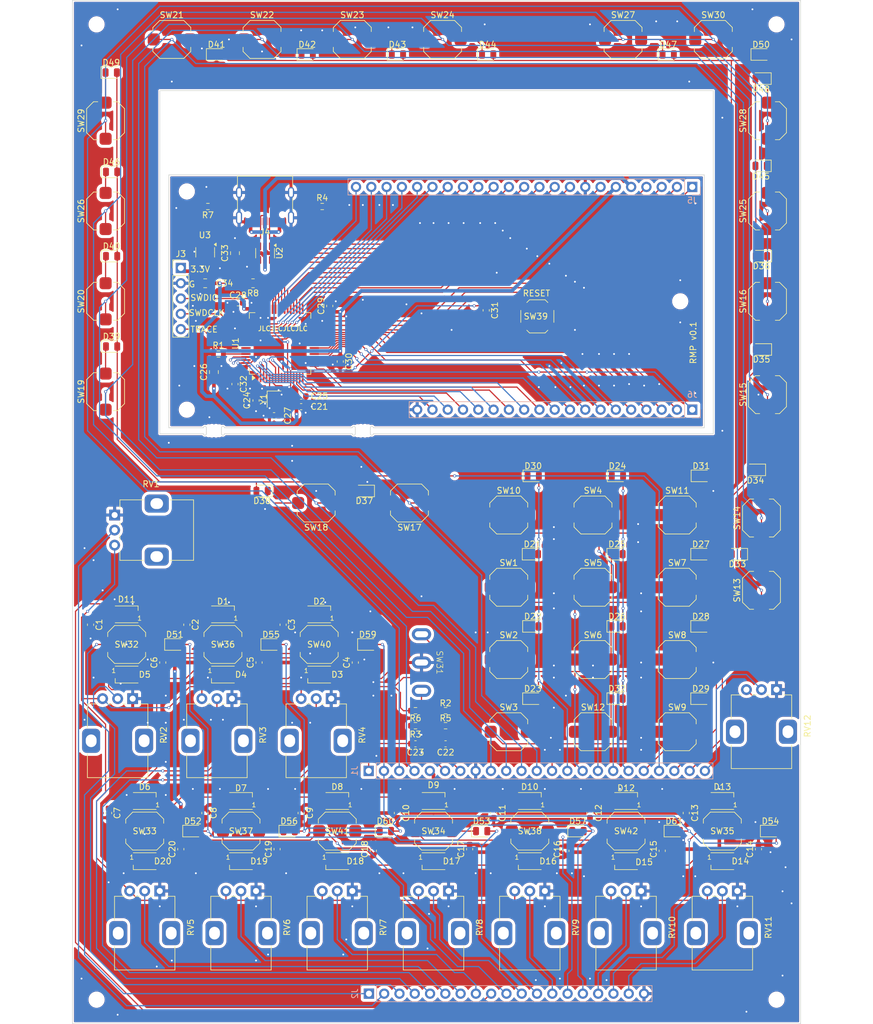
<source format=kicad_pcb>
(kicad_pcb
	(version 20240108)
	(generator "pcbnew")
	(generator_version "8.0")
	(general
		(thickness 1.6)
		(legacy_teardrops no)
	)
	(paper "A4" portrait)
	(layers
		(0 "F.Cu" signal)
		(31 "B.Cu" signal)
		(34 "B.Paste" user)
		(35 "F.Paste" user)
		(36 "B.SilkS" user "B.Silkscreen")
		(37 "F.SilkS" user "F.Silkscreen")
		(38 "B.Mask" user)
		(39 "F.Mask" user)
		(44 "Edge.Cuts" user)
		(45 "Margin" user)
		(46 "B.CrtYd" user "B.Courtyard")
		(47 "F.CrtYd" user "F.Courtyard")
		(48 "B.Fab" user)
		(49 "F.Fab" user)
	)
	(setup
		(stackup
			(layer "F.SilkS"
				(type "Top Silk Screen")
				(color "White")
			)
			(layer "F.Paste"
				(type "Top Solder Paste")
			)
			(layer "F.Mask"
				(type "Top Solder Mask")
				(color "Black")
				(thickness 0.01)
			)
			(layer "F.Cu"
				(type "copper")
				(thickness 0.035)
			)
			(layer "dielectric 1"
				(type "core")
				(thickness 1.51)
				(material "FR4")
				(epsilon_r 4.5)
				(loss_tangent 0.02)
			)
			(layer "B.Cu"
				(type "copper")
				(thickness 0.035)
			)
			(layer "B.Mask"
				(type "Bottom Solder Mask")
				(color "Black")
				(thickness 0.01)
			)
			(layer "B.Paste"
				(type "Bottom Solder Paste")
			)
			(layer "B.SilkS"
				(type "Bottom Silk Screen")
				(color "White")
			)
			(copper_finish "None")
			(dielectric_constraints yes)
		)
		(pad_to_mask_clearance 0)
		(allow_soldermask_bridges_in_footprints no)
		(pcbplotparams
			(layerselection 0x00010fc_ffffffff)
			(plot_on_all_layers_selection 0x0000000_00000000)
			(disableapertmacros no)
			(usegerberextensions no)
			(usegerberattributes yes)
			(usegerberadvancedattributes yes)
			(creategerberjobfile yes)
			(dashed_line_dash_ratio 12.000000)
			(dashed_line_gap_ratio 3.000000)
			(svgprecision 4)
			(plotframeref no)
			(viasonmask no)
			(mode 1)
			(useauxorigin no)
			(hpglpennumber 1)
			(hpglpenspeed 20)
			(hpglpendiameter 15.000000)
			(pdf_front_fp_property_popups yes)
			(pdf_back_fp_property_popups yes)
			(dxfpolygonmode yes)
			(dxfimperialunits yes)
			(dxfusepcbnewfont yes)
			(psnegative no)
			(psa4output no)
			(plotreference yes)
			(plotvalue yes)
			(plotfptext yes)
			(plotinvisibletext no)
			(sketchpadsonfab no)
			(subtractmaskfromsilk no)
			(outputformat 1)
			(mirror no)
			(drillshape 1)
			(scaleselection 1)
			(outputdirectory "")
		)
	)
	(net 0 "")
	(net 1 "VBUS")
	(net 2 "GND")
	(net 3 "Net-(D1-DOUT)")
	(net 4 "Net-(D1-DIN)")
	(net 5 "Net-(D2-DOUT)")
	(net 6 "Net-(D3-DOUT)")
	(net 7 "Net-(D4-DOUT)")
	(net 8 "Net-(D5-DOUT)")
	(net 9 "Net-(D6-DOUT)")
	(net 10 "Net-(D7-DOUT)")
	(net 11 "Net-(D8-DOUT)")
	(net 12 "Net-(D10-DIN)")
	(net 13 "Net-(D10-DOUT)")
	(net 14 "/LEDs")
	(net 15 "Net-(D12-DOUT)")
	(net 16 "Net-(D13-DOUT)")
	(net 17 "Net-(D14-DOUT)")
	(net 18 "Net-(D15-DOUT)")
	(net 19 "Net-(D16-DOUT)")
	(net 20 "Net-(D17-DOUT)")
	(net 21 "Net-(D18-DOUT)")
	(net 22 "Net-(D19-DOUT)")
	(net 23 "unconnected-(D20-DOUT-Pad1)")
	(net 24 "/NumpadCol1")
	(net 25 "Net-(D21-K)")
	(net 26 "Net-(D22-K)")
	(net 27 "Net-(D23-K)")
	(net 28 "Net-(D24-K)")
	(net 29 "/NumpadCol2")
	(net 30 "Net-(D25-K)")
	(net 31 "Net-(D26-K)")
	(net 32 "/NumpadCol3")
	(net 33 "Net-(D27-K)")
	(net 34 "Net-(D28-K)")
	(net 35 "Net-(D29-K)")
	(net 36 "Net-(D30-K)")
	(net 37 "Net-(D31-K)")
	(net 38 "Net-(D32-K)")
	(net 39 "/KeysCol1")
	(net 40 "Net-(D33-K)")
	(net 41 "Net-(D34-K)")
	(net 42 "Net-(D35-K)")
	(net 43 "Net-(D36-K)")
	(net 44 "/KeysCol2")
	(net 45 "Net-(D37-K)")
	(net 46 "Net-(D38-K)")
	(net 47 "Net-(D39-K)")
	(net 48 "Net-(D40-K)")
	(net 49 "Net-(D41-K)")
	(net 50 "Net-(D42-K)")
	(net 51 "Net-(D43-K)")
	(net 52 "Net-(D44-K)")
	(net 53 "Net-(D45-K)")
	(net 54 "Net-(D46-K)")
	(net 55 "Net-(D47-K)")
	(net 56 "Net-(D48-K)")
	(net 57 "Net-(D49-K)")
	(net 58 "Net-(D50-K)")
	(net 59 "+3V3")
	(net 60 "/Brightness")
	(net 61 "/VHF1vol")
	(net 62 "/VHF2vol")
	(net 63 "/VHF3vol")
	(net 64 "/HF1vol")
	(net 65 "/HF2vol")
	(net 66 "/TEL1vol")
	(net 67 "/TEL2vol")
	(net 68 "/INTvol")
	(net 69 "/CABvol")
	(net 70 "/PAvol")
	(net 71 "/NAV vol")
	(net 72 "/NumpadRow2")
	(net 73 "/NumpadRow3")
	(net 74 "/NumpadRow4")
	(net 75 "/NumpadRow1")
	(net 76 "/KeysRow1")
	(net 77 "/KeysRow2")
	(net 78 "/KeysRow3")
	(net 79 "/KeysRow4")
	(net 80 "/KeysRow5")
	(net 81 "/KeysRow6")
	(net 82 "/INT")
	(net 83 "/RAD")
	(net 84 "Net-(D51-K)")
	(net 85 "Net-(D52-K)")
	(net 86 "Net-(D53-K)")
	(net 87 "Net-(D54-K)")
	(net 88 "Net-(D55-K)")
	(net 89 "Net-(D56-K)")
	(net 90 "Net-(D57-K)")
	(net 91 "Net-(D59-K)")
	(net 92 "Net-(D60-K)")
	(net 93 "Net-(D61-K)")
	(net 94 "/KeysCol3")
	(net 95 "/TransCol1")
	(net 96 "/TransCol2")
	(net 97 "/TransCol3")
	(net 98 "/TransRow1")
	(net 99 "/TransRow2")
	(net 100 "/TransRow3")
	(net 101 "/TransRow4")
	(net 102 "Net-(SW31-A)")
	(net 103 "Net-(SW31-C)")
	(net 104 "/HSE_IN")
	(net 105 "/HSE_OUT")
	(net 106 "/NRST")
	(net 107 "/SWD_TRACE")
	(net 108 "/SWD_CLK")
	(net 109 "/SWD_IO")
	(net 110 "/USB & Power/USB_D+")
	(net 111 "unconnected-(J4-SBU2-PadB8)")
	(net 112 "/USB & Power/USB_D-")
	(net 113 "Net-(J4-CC1)")
	(net 114 "Net-(J4-CC2)")
	(net 115 "unconnected-(J4-SBU1-PadA8)")
	(net 116 "/BOOT0")
	(net 117 "/USB_PROT_D+")
	(net 118 "/PB5_Right_Col2")
	(net 119 "/PA1_CABvol")
	(net 120 "/PC2_Left_Col1")
	(net 121 "/PB4_Right_Row3")
	(net 122 "/PC1_FM1")
	(net 123 "/PC3_NAVvol")
	(net 124 "/PB7_COL6")
	(net 125 "/PC11_KeysCol2")
	(net 126 "/PA2_INTvol")
	(net 127 "/PA0_PAvol")
	(net 128 "/USB_PROT_D-")
	(net 129 "/PB6_Right_Col1")
	(net 130 "unconnected-(U3-NC-Pad4)")
	(net 131 "/PA3_TEL2vol")
	(net 132 "/PA7_LEDs")
	(net 133 "/PA6_HF1vol")
	(net 134 "/PA5_HF2vol")
	(net 135 "/PA4_TEL1vol")
	(net 136 "/PC4_VHF3vol")
	(net 137 "/PC5_VHF2vol")
	(net 138 "/PB0_VHF1vol")
	(net 139 "/PB1_Brightness")
	(net 140 "/PC14_TransCol1")
	(net 141 "/PB8_TransCol2")
	(net 142 "/PC13_TransRow3")
	(net 143 "/PB9_TransRow4")
	(net 144 "/PC15_TransRow2")
	(net 145 "/PC0_TransRow1")
	(net 146 "/PB10_TransCol3")
	(net 147 "/PB11_KeysRow6")
	(net 148 "/PB2_RAD")
	(net 149 "/PB15_KeysRow3")
	(net 150 "/PC7_KeysRow1")
	(net 151 "/PB14_KeysRow4")
	(net 152 "/PB12_KeysRow5")
	(net 153 "/PB13_INT")
	(net 154 "/PC6_KeysRow2")
	(net 155 "/PA9_NumpadRow2")
	(net 156 "/PA10_NumpadRow1")
	(net 157 "/PC8_NumpadRow4")
	(net 158 "/PC9_NumpadCol1")
	(net 159 "/PA8_NumpadRow3")
	(net 160 "/PC10_KeysCol3")
	(net 161 "/PA15_KeysCol1")
	(net 162 "/PC12_NumpadCol3")
	(net 163 "/PD2_NumpadCol2")
	(footprint "Diode_SMD:D_0805_2012Metric" (layer "F.Cu") (at 91.0625 147))
	(footprint "Diode_SMD:D_0805_2012Metric" (layer "F.Cu") (at 142 178))
	(footprint "Capacitor_SMD:C_0603_1608Metric" (layer "F.Cu") (at 73 150 90))
	(footprint "LED_SMD:LED_SK6805_PLCC4_2.4x2.7mm_P1.3mm" (layer "F.Cu") (at 83 142 180))
	(footprint "Diode_SMD:D_0805_2012Metric" (layer "F.Cu") (at 146.4375 144))
	(footprint "LED_SMD:LED_SK6805_PLCC4_2.4x2.7mm_P1.3mm" (layer "F.Cu") (at 70 173 180))
	(footprint "Button_Switch_SMD:SW_Push_1P1T_XKB_TS-1187A" (layer "F.Cu") (at 119.25 92.5))
	(footprint "Diode_SMD:D_0805_2012Metric" (layer "F.Cu") (at 110 178))
	(footprint "Diode_SMD:D_0805_2012Metric" (layer "F.Cu") (at 90.5 121.5 180))
	(footprint "Potentiometer_THT:Potentiometer_Alps_RK09K_Single_Vertical" (layer "F.Cu") (at 52 156 -90))
	(footprint "Resistor_SMD:R_0805_2012Metric" (layer "F.Cu") (at 72 87 180))
	(footprint "Capacitor_SMD:C_0603_1608Metric" (layer "F.Cu") (at 80 175 -90))
	(footprint "xenua:MouseBite_NoJaggies_S" (layer "F.Cu") (at 90.25 111 180))
	(footprint "Diode_SMD:D_0805_2012Metric" (layer "F.Cu") (at 48.5 68.5))
	(footprint "NiasStuff:SW_Push_1TS009xxxx-xxxx-xxxx_6x6x5mm" (layer "F.Cu") (at 157.5 60 90))
	(footprint "NiasStuff:SW_Push_1TS009xxxx-xxxx-xxxx_6x6x5mm" (layer "F.Cu") (at 114.5 149.5))
	(footprint "Capacitor_SMD:C_0603_1608Metric" (layer "F.Cu") (at 77 143.725 -90))
	(footprint "NiasStuff:SW_Push_1TS009xxxx-xxxx-xxxx_6x6x5mm" (layer "F.Cu") (at 114.5 137.5))
	(footprint "Diode_SMD:D_0805_2012Metric" (layer "F.Cu") (at 48.5 97.5))
	(footprint "NiasStuff:SW_Push_1TS009xxxx-xxxx-xxxx_6x6x5mm" (layer "F.Cu") (at 150 178))
	(footprint "NiasStuff:SW_Push_1TS009xxxx-xxxx-xxxx_6x6x5mm" (layer "F.Cu") (at 47.5 90 90))
	(footprint "NiasStuff:SW_Push_1TS009xxxx-xxxx-xxxx_6x6x5mm" (layer "F.Cu") (at 102 178))
	(footprint "NiasStuff:SW_Push_1TS009xxxx-xxxx-xxxx_6x6x5mm" (layer "F.Cu") (at 54 178))
	(footprint "Diode_SMD:D_0805_2012Metric" (layer "F.Cu") (at 146.5 119))
	(footprint "LED_SMD:LED_SK6805_PLCC4_2.4x2.7mm_P1.3mm" (layer "F.Cu") (at 150 173 180))
	(footprint "Capacitor_SMD:C_0603_1608Metric" (layer "F.Cu") (at 108 181 90))
	(footprint "LED_SMD:LED_SK6805_PLCC4_2.4x2.7mm_P1.3mm" (layer "F.Cu") (at 118 183))
	(footprint "Diode_SMD:D_0805_2012Metric" (layer "F.Cu") (at 146.4375 132))
	(footprint "MountingHole:MountingHole_2.2mm_M2" (layer "F.Cu") (at 46 44))
	(footprint "LED_SMD:LED_SK6805_PLCC4_2.4x2.7mm_P1.3mm"
		(layer "F.Cu")
		(uuid "2643840b-b6f2-45fe-9e28-ae6fe8028466")
		(at 67 152)
		(descr "https://cdn-shop.adafruit.com/product-files/3484/3484_Datasheet.pdf")
		(tags "LED RGB NeoPixel Nano PLCC-4")
		(property "Reference" "D4"
			(at 3 0 0)
			(layer "F.SilkS")
			(uuid "dd4721a9-6a31-433b-bb4f-9c47dfd081c1")
			(effects
				(font
					(size 1 1)
					(thickness 0.15)
				)
			)
		)
		(property "Value" "SK6805"
			(at 0 2.7 0)
			(layer "F.Fab")
			(uuid "677c2a80-d9f0-46e0-b364-e58b44d6f1c8")
			(effects
				(font
					(size 1 1)
					(thickness 0.15)
				)
			)
		)
		(property "Footprint" "LED_SMD:LED_SK6805_PLCC4_2.4x2.7mm_P1.3mm"
			(at 0 0 0)
			(unlocked yes)
			(layer "F.Fab")
			(hide yes)
			(uuid "d7255767-0cf0-448b-a304-5f1e1d8bdddd")
			(effects
				(font
					(size 1.27 1.27)
				)
			)
		)
		(property "Datasheet" "https://www.lcsc.com/datasheet/lcsc_datasheet_2110250930_OPSCO-Optoelectronics-SK6805MICRO-J_C2909056.pdf"
			(at 0 0 0)
			(unlocked yes)
			(layer "F.Fab")
			(hide yes)
			(uuid "c4ca4bf3-b577-435f-9857-b60f66c969af")
			(effects
				(font
					(size 1.27 1.27)
				)
			)
		)
		(property "Description" "RGB LED with integrated controller"
			(at 0 0 0)
			(unlocked yes)
			(layer "F.Fab")
			(hide yes)
			(uuid "653d57bf-a3b3-4dd5-98f2-db2fbb66f892")
			(effects
				(font
					(size 1.27 1.27)
				)
			)
		)
		(property "JLCPCB Part" "C2909056"
			(at 0 0 0)
			(unlocked yes)
			(layer "F.Fab")
			(hide yes)
			(uuid "7a265534-faf2-4056-af6e-e752904b6255")
			(effects
				(font
					(size 1 1)
					(thickness 0.15)
				)
			)
		)
		(property "Manufracturer" "OPSCO Optoelectronics"
			(at 0 0 0)
			(unlocked yes)
			(layer "F.Fab")
			(hide yes)
			(uuid "5f559319-5430-4b41-8632-d3e000767e63")
			(effects
				(font
					(size 1 1)
					(thickness 0.15)
				)
			)
		)
		(property "Manufracturer Part Number" "SK6805MICRO-J"
			(at 0 0 0)
			(unlocked yes)
			(layer "F.Fab")
			(hide yes)
			(uuid "eb8f1151-5d0b-49bb-a284-626ff0a694b4")
			(effects
				(font
					(size 1 1)
					(thickness 0.15)
				)
			)
		)
		(property ki_fp_filters "LED*SK6805*PLCC*2.4x2.7mm*P1.3mm*")
		(path "/6452e6b2-8e1c-4d09-b21d-4100d8be914b/b8218c50-1774-4a23-80f3-eeda380a556a")
		(sheetname "LEDs")
		(sheetfile "LEDs.kicad_sch")
		(attr smd)
		(fp_line
			(start -1.9 -1.4)
			(end 1.9 -1.4)
			(stroke
				(width 0.12)
				(type solid)
			)
			(layer "F.SilkS")
			(uuid "ad0c37ab-c2d3-4652-8ba3-23d37c9fbe4c")
		)
		(fp_line
			(start -1.9 1.4)
			(end -1.9 0.65)
			(stroke
				(width 0.12)
				(type solid)
			)
			(layer "F.SilkS")
			(uuid "1aca4e04-318f-40cd-a0f1-8c8c3183ba39")
		)
		(fp_line
			(start -1.9 1.4)
			(end 1.9 1.4)
			(stroke
				(width 0.12)
				(type solid)
			)
			(layer "F.SilkS")
			(uuid "c26f823b-3b5b-4d24-b630-ba46b027eb7f")
		)
		(fp_line
			(start -1.75 -1.45)
			(end -1.75 1.45)
			(stroke
				(width 0.05)
				(type solid)
			)
			(layer "F.CrtYd")
			(uuid "02907786-2078-4828-a1b3-827c297fb42d")
		)
		(fp_line
			(start -1.75 1.45)
			(end 1.75 1.45)
			(stroke
				(width 0.05)
				(type solid)
			)
			(layer "F.CrtYd")
			(uuid "b9f77947-7b76-46fe-a14e-9e491fa1de7f")
		)
		(fp_line
			(start 1.75 -1.45)
			(end -1.75 -1.45)
			(stroke
				(width 0.05)
				(type solid)
			)
			(layer "F.CrtYd")
			(uuid "21b40582-77f0-4976-a1c9-deba121fa6f5")
		)
		(fp_line
			(start 1.75 1.45)
			(end 1.75 -1.45)
			(stroke
				(width 0.05)
				(type solid)
			)
			(layer "F.CrtYd")
			(uuid "92accd01-8216-4d59-8b1d-49f0a7c2dc5a")
		)
		(fp_line
			(start -1.35 -1.2)
			(end -1.35 1.2)
			(stroke
				(width 0.1)
				(type solid)
			)
			(layer "F.Fab")
			(uuid "139c5eeb-f35c-4da3-87e3-0f8674721fed")
		)
		(fp_line
			(start -1.35 0.6)
			(end -0.75 1.2)
			(stroke
				(width 0.1)
				(type solid)
			)
			(layer "F.Fab")
			(uuid "4c0e2876-5bc4-4b84-a000-769d6b2abe8d")
		)
		(fp_line
			(start -1.35 1.2)
			(end 1.35 1.2)
			(stroke
				(width 0.1)
				(type solid)
			)
			(layer "F.Fab")
			(uuid "9962d248-b9bf-4496-b8d9-4d8556abb841")
		)
		(fp_line
			(start 1.35 -1.2)
			(end -1.35 -1.2)
			(stroke
				(width 0.1)
				(type solid)
			)
			(layer "F.Fab")
			(uuid "564a00e8-2f6f-40f4-acf0-fcf6e1b8d043")
		)
		(fp_line
			(start 1.35 1.2)
			(end 1.35 -1.2)
			(stroke
				(width 0.1)
				(type solid)
			)
			(layer "F.Fab")
			(uuid "39688213-520c-4dfb-9aa4-1f5ca5f73c71")
		)
		(fp_circle
			(center 0 0)
			(end 0 -1)
			(stroke
				(width 0.1)
				(type solid)
			)
			(fill none)
			(layer "F.Fab")
			(uuid "617f7aaf-4524-4c0d-9180-8a
... [2222839 chars truncated]
</source>
